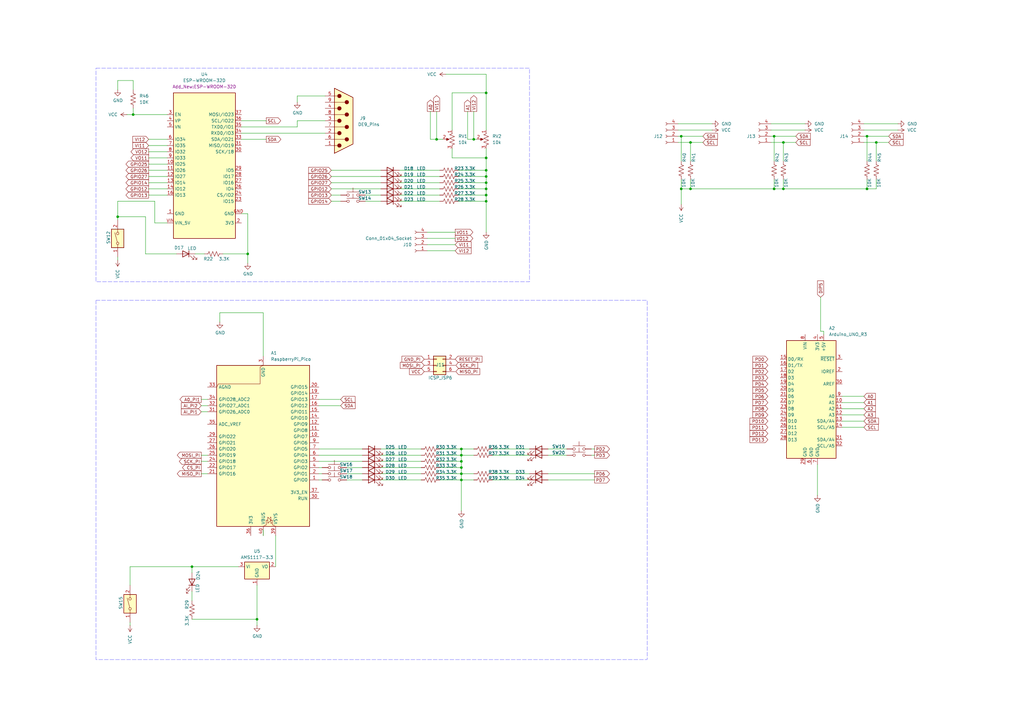
<source format=kicad_sch>
(kicad_sch (version 20250114) (generator "eeschema") (generator_version "9.0")
  (paper "A3")
  (rectangle (start 39.37 123.19) (end 265.43 270.51) (stroke (width 0) (type dash) (color 99 93 255 1)))
  (rectangle (start 39.37 27.94) (end 217.17 115.57) (stroke (width 0) (type dash) (color 99 93 255 1)))
  (junction (at 78.74 232.41))
  (junction (at 355.6 55.88))
  (junction (at 199.39 82.55))
  (junction (at 105.41 254))
  (junction (at 189.23 196.85))
  (junction (at 199.39 77.47))
  (junction (at 189.23 184.15))
  (junction (at 199.39 69.85))
  (junction (at 283.21 77.47))
  (junction (at 48.26 88.9))
  (junction (at 189.23 189.23))
  (junction (at 279.4 77.47))
  (junction (at 355.6 77.47))
  (junction (at 199.39 80.01))
  (junction (at 279.4 55.88))
  (junction (at 189.23 194.31))
  (junction (at 199.39 74.93))
  (junction (at 283.21 58.42))
  (junction (at 317.5 77.47))
  (junction (at 359.41 58.42))
  (junction (at 199.39 72.39))
  (junction (at 54.61 46.99))
  (junction (at 194.31 57.15))
  (junction (at 199.39 38.1))
  (junction (at 189.23 186.69))
  (junction (at 179.07 57.15))
  (junction (at 317.5 55.88))
  (junction (at 321.31 58.42))
  (junction (at 101.6 104.14))
  (junction (at 189.23 191.77))
  (junction (at 199.39 64.77))
  (junction (at 321.31 77.47))
  (wire (pts (xy 82.55 189.23) (xy 85.09 189.23)))
  (wire (pts (xy 68.58 64.77) (xy 60.96 64.77)))
  (wire (pts (xy 130.81 189.23) (xy 148.59 189.23)))
  (wire (pts (xy 130.81 184.15) (xy 148.59 184.15)))
  (wire (pts (xy 185.42 53.34) (xy 185.42 38.1)))
  (wire (pts (xy 189.23 184.15) (xy 194.31 184.15)))
  (wire (pts (xy 156.21 194.31) (xy 172.72 194.31)))
  (wire (pts (xy 156.21 196.85) (xy 172.72 196.85)))
  (wire (pts (xy 278.13 55.88) (xy 279.4 55.88)))
  (wire (pts (xy 189.23 189.23) (xy 189.23 191.77)))
  (wire (pts (xy 187.96 74.93) (xy 199.39 74.93)))
  (wire (pts (xy 316.23 53.34) (xy 330.2 53.34)))
  (wire (pts (xy 107.95 128.27) (xy 107.95 146.05)))
  (wire (pts (xy 217.17 184.15) (xy 201.93 184.15)))
  (wire (pts (xy 78.74 242.57) (xy 78.74 246.38)))
  (wire (pts (xy 354.33 53.34) (xy 368.3 53.34)))
  (wire (pts (xy 91.44 104.14) (xy 101.6 104.14)))
  (wire (pts (xy 135.89 77.47) (xy 156.21 77.47)))
  (wire (pts (xy 180.34 189.23) (xy 189.23 189.23)))
  (wire (pts (xy 181.61 57.15) (xy 179.07 57.15)))
  (wire (pts (xy 180.34 184.15) (xy 189.23 184.15)))
  (wire (pts (xy 130.81 163.83) (xy 139.7 163.83)))
  (wire (pts (xy 175.26 97.79) (xy 186.69 97.79)))
  (wire (pts (xy 72.39 104.14) (xy 59.69 104.14)))
  (wire (pts (xy 130.81 166.37) (xy 139.7 166.37)))
  (wire (pts (xy 283.21 58.42) (xy 288.29 58.42)))
  (wire (pts (xy 99.06 49.53) (xy 109.22 49.53)))
  (wire (pts (xy 107.95 217.17) (xy 107.95 219.71)))
  (wire (pts (xy 82.55 194.31) (xy 85.09 194.31)))
  (wire (pts (xy 99.06 57.15) (xy 109.22 57.15)))
  (wire (pts (xy 176.53 57.15) (xy 179.07 57.15)))
  (wire (pts (xy 321.31 73.66) (xy 321.31 77.47)))
  (wire (pts (xy 121.92 49.53) (xy 121.92 52.07)))
  (wire (pts (xy 53.34 232.41) (xy 53.34 240.03)))
  (wire (pts (xy 317.5 55.88) (xy 326.39 55.88)))
  (wire (pts (xy 180.34 191.77) (xy 189.23 191.77)))
  (wire (pts (xy 121.92 39.37) (xy 133.35 39.37)))
  (wire (pts (xy 189.23 194.31) (xy 189.23 196.85)))
  (wire (pts (xy 163.83 82.55) (xy 180.34 82.55)))
  (wire (pts (xy 48.26 88.9) (xy 48.26 82.55)))
  (wire (pts (xy 175.26 100.33) (xy 186.69 100.33)))
  (wire (pts (xy 68.58 59.69) (xy 60.96 59.69)))
  (wire (pts (xy 337.82 135.89) (xy 336.55 135.89)))
  (wire (pts (xy 142.24 191.77) (xy 148.59 191.77)))
  (wire (pts (xy 78.74 232.41) (xy 78.74 234.95)))
  (wire (pts (xy 189.23 194.31) (xy 194.31 194.31)))
  (wire (pts (xy 156.21 186.69) (xy 172.72 186.69)))
  (wire (pts (xy 355.6 73.66) (xy 355.6 77.47)))
  (wire (pts (xy 199.39 80.01) (xy 199.39 82.55)))
  (wire (pts (xy 59.69 104.14) (xy 59.69 88.9)))
  (wire (pts (xy 189.23 186.69) (xy 189.23 189.23)))
  (wire (pts (xy 187.96 77.47) (xy 199.39 77.47)))
  (wire (pts (xy 60.9351 77.47) (xy 68.58 77.47)))
  (wire (pts (xy 180.34 196.85) (xy 189.23 196.85)))
  (wire (pts (xy 316.23 50.8) (xy 330.2 50.8)))
  (wire (pts (xy 321.31 58.42) (xy 326.39 58.42)))
  (wire (pts (xy 317.5 73.66) (xy 317.5 77.47)))
  (wire (pts (xy 321.31 58.42) (xy 321.31 66.04)))
  (wire (pts (xy 185.42 64.77) (xy 199.39 64.77)))
  (wire (pts (xy 121.92 39.37) (xy 121.92 41.91)))
  (wire (pts (xy 53.34 256.54) (xy 53.34 255.27)))
  (wire (pts (xy 130.81 186.69) (xy 148.59 186.69)))
  (wire (pts (xy 54.61 36.83) (xy 54.61 33.02)))
  (wire (pts (xy 199.39 77.47) (xy 199.39 80.01)))
  (wire (pts (xy 175.26 102.87) (xy 186.69 102.87)))
  (wire (pts (xy 156.21 184.15) (xy 172.72 184.15)))
  (wire (pts (xy 187.96 80.01) (xy 199.39 80.01)))
  (wire (pts (xy 354.33 55.88) (xy 355.6 55.88)))
  (wire (pts (xy 187.96 69.85) (xy 199.39 69.85)))
  (wire (pts (xy 82.55 168.91) (xy 85.09 168.91)))
  (wire (pts (xy 180.34 186.69) (xy 189.23 186.69)))
  (wire (pts (xy 217.17 196.85) (xy 201.93 196.85)))
  (wire (pts (xy 189.23 186.69) (xy 194.31 186.69)))
  (wire (pts (xy 279.4 73.66) (xy 279.4 77.47)))
  (wire (pts (xy 185.42 38.1) (xy 199.39 38.1)))
  (wire (pts (xy 48.26 82.55) (xy 63.5 82.55)))
  (wire (pts (xy 135.89 72.39) (xy 156.21 72.39)))
  (wire (pts (xy 345.44 175.26) (xy 354.33 175.26)))
  (wire (pts (xy 191.77 45.72) (xy 191.77 57.15)))
  (wire (pts (xy 199.39 60.96) (xy 199.39 64.77)))
  (wire (pts (xy 232.41 186.69) (xy 224.79 186.69)))
  (wire (pts (xy 149.86 80.01) (xy 156.21 80.01)))
  (wire (pts (xy 316.23 55.88) (xy 317.5 55.88)))
  (wire (pts (xy 135.89 80.01) (xy 139.7 80.01)))
  (wire (pts (xy 99.06 87.63) (xy 101.6 87.63)))
  (wire (pts (xy 232.41 184.15) (xy 224.79 184.15)))
  (wire (pts (xy 176.53 45.72) (xy 176.53 57.15)))
  (wire (pts (xy 336.55 135.89) (xy 336.55 121.92)))
  (wire (pts (xy 199.39 38.1) (xy 199.39 53.34)))
  (wire (pts (xy 355.6 55.88) (xy 355.6 66.04)))
  (wire (pts (xy 359.41 73.66) (xy 359.41 77.47)))
  (wire (pts (xy 359.41 58.42) (xy 364.49 58.42)))
  (wire (pts (xy 224.79 194.31) (xy 243.84 194.31)))
  (wire (pts (xy 180.34 194.31) (xy 189.23 194.31)))
  (wire (pts (xy 199.39 30.48) (xy 182.88 30.48)))
  (wire (pts (xy 135.89 82.55) (xy 139.7 82.55)))
  (wire (pts (xy 135.89 74.93) (xy 156.21 74.93)))
  (wire (pts (xy 179.07 57.15) (xy 179.07 45.72)))
  (wire (pts (xy 90.17 128.27) (xy 107.95 128.27)))
  (wire (pts (xy 345.44 170.18) (xy 354.33 170.18)))
  (wire (pts (xy 82.55 186.69) (xy 85.09 186.69)))
  (wire (pts (xy 54.61 44.45) (xy 54.61 46.99)))
  (wire (pts (xy 321.31 77.47) (xy 317.5 77.47)))
  (wire (pts (xy 142.24 196.85) (xy 148.59 196.85)))
  (wire (pts (xy 48.26 88.9) (xy 59.69 88.9)))
  (wire (pts (xy 121.92 49.53) (xy 133.35 49.53)))
  (wire (pts (xy 68.58 62.23) (xy 60.96 62.23)))
  (wire (pts (xy 105.41 240.03) (xy 105.41 254)))
  (wire (pts (xy 135.89 69.85) (xy 156.21 69.85)))
  (wire (pts (xy 68.58 67.31) (xy 60.96 67.31)))
  (wire (pts (xy 345.44 162.56) (xy 354.33 162.56)))
  (wire (pts (xy 335.28 190.5) (xy 335.28 203.2)))
  (wire (pts (xy 189.23 191.77) (xy 189.23 194.31)))
  (wire (pts (xy 359.41 58.42) (xy 359.41 66.04)))
  (wire (pts (xy 99.06 52.07) (xy 121.92 52.07)))
  (wire (pts (xy 345.44 172.72) (xy 354.33 172.72)))
  (wire (pts (xy 278.13 53.34) (xy 292.1 53.34)))
  (wire (pts (xy 283.21 73.66) (xy 283.21 77.47)))
  (wire (pts (xy 113.03 219.71) (xy 113.03 232.41)))
  (wire (pts (xy 60.96 74.93) (xy 68.58 74.93)))
  (wire (pts (xy 354.33 58.42) (xy 359.41 58.42)))
  (wire (pts (xy 48.26 33.02) (xy 48.26 36.83)))
  (wire (pts (xy 90.17 128.27) (xy 90.17 132.08)))
  (wire (pts (xy 68.58 72.39) (xy 60.96 72.39)))
  (wire (pts (xy 355.6 55.88) (xy 364.49 55.88)))
  (wire (pts (xy 283.21 58.42) (xy 283.21 66.04)))
  (wire (pts (xy 279.4 55.88) (xy 279.4 66.04)))
  (wire (pts (xy 345.44 167.64) (xy 354.33 167.64)))
  (wire (pts (xy 199.39 72.39) (xy 199.39 74.93)))
  (wire (pts (xy 283.21 77.47) (xy 317.5 77.47)))
  (wire (pts (xy 60.96 80.01) (xy 68.58 80.01)))
  (wire (pts (xy 354.33 50.8) (xy 368.3 50.8)))
  (wire (pts (xy 82.55 163.83) (xy 85.09 163.83)))
  (wire (pts (xy 163.83 77.47) (xy 180.34 77.47)))
  (wire (pts (xy 217.17 194.31) (xy 201.93 194.31)))
  (wire (pts (xy 80.01 104.14) (xy 83.82 104.14)))
  (wire (pts (xy 279.4 55.88) (xy 288.29 55.88)))
  (wire (pts (xy 60.96 69.85) (xy 68.58 69.85)))
  (wire (pts (xy 142.24 194.31) (xy 148.59 194.31)))
  (wire (pts (xy 82.55 166.37) (xy 85.09 166.37)))
  (wire (pts (xy 224.79 196.85) (xy 243.84 196.85)))
  (wire (pts (xy 54.61 33.02) (xy 48.26 33.02)))
  (wire (pts (xy 242.57 186.69) (xy 243.84 186.69)))
  (wire (pts (xy 101.6 87.63) (xy 101.6 104.14)))
  (wire (pts (xy 317.5 55.88) (xy 317.5 66.04)))
  (wire (pts (xy 99.06 54.61) (xy 133.35 54.61)))
  (wire (pts (xy 156.21 191.77) (xy 172.72 191.77)))
  (wire (pts (xy 163.83 80.01) (xy 180.34 80.01)))
  (wire (pts (xy 48.26 90.17) (xy 48.26 88.9)))
  (wire (pts (xy 63.5 91.44) (xy 68.58 91.44)))
  (wire (pts (xy 217.17 186.69) (xy 201.93 186.69)))
  (wire (pts (xy 101.6 104.14) (xy 101.6 107.95)))
  (wire (pts (xy 278.13 50.8) (xy 292.1 50.8)))
  (wire (pts (xy 78.74 254) (xy 105.41 254)))
  (wire (pts (xy 189.23 196.85) (xy 194.31 196.85)))
  (wire (pts (xy 185.42 60.96) (xy 185.42 64.77)))
  (wire (pts (xy 199.39 74.93) (xy 199.39 77.47)))
  (wire (pts (xy 130.81 194.31) (xy 132.08 194.31)))
  (wire (pts (xy 130.81 191.77) (xy 132.08 191.77)))
  (wire (pts (xy 52.07 46.99) (xy 54.61 46.99)))
  (wire (pts (xy 156.21 189.23) (xy 172.72 189.23)))
  (wire (pts (xy 279.4 77.47) (xy 279.4 83.82)))
  (wire (pts (xy 187.96 72.39) (xy 199.39 72.39)))
  (wire (pts (xy 278.13 58.42) (xy 283.21 58.42)))
  (wire (pts (xy 163.83 69.85) (xy 180.34 69.85)))
  (wire (pts (xy 105.41 254) (xy 105.41 256.54)))
  (wire (pts (xy 53.34 232.41) (xy 78.74 232.41)))
  (wire (pts (xy 163.83 72.39) (xy 180.34 72.39)))
  (wire (pts (xy 78.74 232.41) (xy 97.79 232.41)))
  (wire (pts (xy 199.39 69.85) (xy 199.39 72.39)))
  (wire (pts (xy 316.23 58.42) (xy 321.31 58.42)))
  (wire (pts (xy 163.83 74.93) (xy 180.34 74.93)))
  (wire (pts (xy 48.26 106.68) (xy 48.26 105.41)))
  (wire (pts (xy 189.23 196.85) (xy 189.23 209.55)))
  (wire (pts (xy 345.44 165.1) (xy 354.33 165.1)))
  (wire (pts (xy 359.41 77.47) (xy 355.6 77.47)))
  (wire (pts (xy 187.96 82.55) (xy 199.39 82.55)))
  (wire (pts (xy 283.21 77.47) (xy 279.4 77.47)))
  (wire (pts (xy 199.39 30.48) (xy 199.39 38.1)))
  (wire (pts (xy 191.77 57.15) (xy 194.31 57.15)))
  (wire (pts (xy 175.26 95.25) (xy 186.69 95.25)))
  (wire (pts (xy 68.58 46.99) (xy 54.61 46.99)))
  (wire (pts (xy 63.5 82.55) (xy 63.5 91.44)))
  (wire (pts (xy 149.86 82.55) (xy 156.21 82.55)))
  (wire (pts (xy 242.57 184.15) (xy 243.84 184.15)))
  (wire (pts (xy 195.58 57.15) (xy 194.31 57.15)))
  (wire (pts (xy 337.82 137.16) (xy 337.82 135.89)))
  (wire (pts (xy 68.58 57.15) (xy 60.96 57.15)))
  (wire (pts (xy 194.31 57.15) (xy 194.31 45.72)))
  (wire (pts (xy 189.23 184.15) (xy 189.23 186.69)))
  (wire (pts (xy 130.81 196.85) (xy 132.08 196.85)))
  (wire (pts (xy 321.31 77.47) (xy 355.6 77.47)))
  (wire (pts (xy 199.39 82.55) (xy 199.39 95.25)))
  (wire (pts (xy 199.39 64.77) (xy 199.39 69.85)))
  (global_label "PD3" (shape input) (at 314.96 154.94 180) (property "Intersheetrefs" "${INTERSHEET_REFS}" (effects (hide yes))))
  (global_label "A0" (shape input) (at 354.33 162.56 0) (property "Intersheetrefs" "${INTERSHEET_REFS}" (effects (hide yes))))
  (global_label "SCK_PI" (shape output) (at 82.55 189.23 180) (property "Intersheetrefs" "${INTERSHEET_REFS}" (effects (hide yes))))
  (global_label "VI11" (shape output) (at 179.07 45.72 90) (property "Intersheetrefs" "${INTERSHEET_REFS}" (effects (hide yes))))
  (global_label "SCL" (shape input) (at 326.39 58.42 0) (property "Intersheetrefs" "${INTERSHEET_REFS}" (effects (hide yes))))
  (global_label "MISO_PI" (shape input) (at 186.944 152.4 0) (property "Intersheetrefs" "${INTERSHEET_REFS}" (effects (hide yes))))
  (global_label "VO11" (shape output) (at 60.96 64.77 180) (property "Intersheetrefs" "${INTERSHEET_REFS}" (effects (hide yes))))
  (global_label "SDA" (shape input) (at 139.7 166.37 0) (property "Intersheetrefs" "${INTERSHEET_REFS}" (effects (hide yes))))
  (global_label "A1" (shape input) (at 354.33 165.1 0) (property "Intersheetrefs" "${INTERSHEET_REFS}" (effects (hide yes))))
  (global_label "VI11" (shape input) (at 186.69 100.33 0) (property "Intersheetrefs" "${INTERSHEET_REFS}" (effects (hide yes))))
  (global_label "PD5" (shape input) (at 314.96 160.02 180) (property "Intersheetrefs" "${INTERSHEET_REFS}" (effects (hide yes))))
  (global_label "PD7" (shape output) (at 243.84 196.85 0) (property "Intersheetrefs" "${INTERSHEET_REFS}" (effects (hide yes))))
  (global_label "PD13" (shape input) (at 314.96 180.34 180) (property "Intersheetrefs" "${INTERSHEET_REFS}" (effects (hide yes))))
  (global_label "PD4" (shape input) (at 314.96 157.48 180) (property "Intersheetrefs" "${INTERSHEET_REFS}" (effects (hide yes))))
  (global_label "GPIO25" (shape input) (at 135.89 69.85 180) (property "Intersheetrefs" "${INTERSHEET_REFS}" (effects (hide yes))))
  (global_label "VO11" (shape output) (at 186.69 95.25 0) (property "Intersheetrefs" "${INTERSHEET_REFS}" (effects (hide yes))))
  (global_label "AI_PI1" (shape input) (at 82.55 168.91 180) (property "Intersheetrefs" "${INTERSHEET_REFS}" (effects (hide yes))))
  (global_label "GPIO12" (shape input) (at 135.89 77.47 180) (property "Intersheetrefs" "${INTERSHEET_REFS}" (effects (hide yes))))
  (global_label "GPIO14" (shape output) (at 60.96 74.93 180) (property "Intersheetrefs" "${INTERSHEET_REFS}" (effects (hide yes))))
  (global_label "SDA" (shape output) (at 109.22 57.15 0) (property "Intersheetrefs" "${INTERSHEET_REFS}" (effects (hide yes))))
  (global_label "VI11" (shape input) (at 60.96 59.69 180) (property "Intersheetrefs" "${INTERSHEET_REFS}" (effects (hide yes))))
  (global_label "CS_PI" (shape output) (at 82.55 191.77 180) (property "Intersheetrefs" "${INTERSHEET_REFS}" (effects (hide yes))))
  (global_label "PD3" (shape output) (at 243.84 186.69 0) (property "Intersheetrefs" "${INTERSHEET_REFS}" (effects (hide yes))))
  (global_label "PD2" (shape input) (at 314.96 152.4 180) (property "Intersheetrefs" "${INTERSHEET_REFS}" (effects (hide yes))))
  (global_label "A2" (shape input) (at 354.33 167.64 0) (property "Intersheetrefs" "${INTERSHEET_REFS}" (effects (hide yes))))
  (global_label "SDA" (shape input) (at 326.39 55.88 0) (property "Intersheetrefs" "${INTERSHEET_REFS}" (effects (hide yes))))
  (global_label "PD6" (shape output) (at 243.84 194.31 0) (property "Intersheetrefs" "${INTERSHEET_REFS}" (effects (hide yes))))
  (global_label "A0_PI1" (shape output) (at 82.55 163.83 180) (property "Intersheetrefs" "${INTERSHEET_REFS}" (effects (hide yes))))
  (global_label "MISO_PI" (shape output) (at 82.55 194.31 180) (property "Intersheetrefs" "${INTERSHEET_REFS}" (effects (hide yes))))
  (global_label "PD11" (shape input) (at 314.96 175.26 180) (property "Intersheetrefs" "${INTERSHEET_REFS}" (effects (hide yes))))
  (global_label "SCL" (shape input) (at 354.33 175.26 0) (property "Intersheetrefs" "${INTERSHEET_REFS}" (effects (hide yes))))
  (global_label "PD7" (shape input) (at 314.96 165.1 180) (property "Intersheetrefs" "${INTERSHEET_REFS}" (effects (hide yes))))
  (global_label "SDA" (shape input) (at 288.29 55.88 0) (property "Intersheetrefs" "${INTERSHEET_REFS}" (effects (hide yes))))
  (global_label "SCL" (shape input) (at 288.29 58.42 0) (property "Intersheetrefs" "${INTERSHEET_REFS}" (effects (hide yes))))
  (global_label "PD1" (shape input) (at 314.96 149.86 180) (property "Intersheetrefs" "${INTERSHEET_REFS}" (effects (hide yes))))
  (global_label "PD0" (shape input) (at 314.96 147.32 180) (property "Intersheetrefs" "${INTERSHEET_REFS}" (effects (hide yes))))
  (global_label "VO12" (shape output) (at 186.69 97.79 0) (property "Intersheetrefs" "${INTERSHEET_REFS}" (effects (hide yes))))
  (global_label "SCL" (shape output) (at 109.22 49.53 0) (property "Intersheetrefs" "${INTERSHEET_REFS}" (effects (hide yes))))
  (global_label "GPIO13" (shape input) (at 135.89 80.01 180) (property "Intersheetrefs" "${INTERSHEET_REFS}" (effects (hide yes))))
  (global_label "RESET_PI" (shape input) (at 186.69 147.32 0) (property "Intersheetrefs" "${INTERSHEET_REFS}" (effects (hide yes))))
  (global_label "DIP5" (shape input) (at 336.55 121.92 90) (property "Intersheetrefs" "${INTERSHEET_REFS}" (effects (hide yes))))
  (global_label "SCL" (shape input) (at 139.7 163.83 0) (property "Intersheetrefs" "${INTERSHEET_REFS}" (effects (hide yes))))
  (global_label "MOSI_PI" (shape input) (at 173.99 149.86 180) (property "Intersheetrefs" "${INTERSHEET_REFS}" (effects (hide yes))))
  (global_label "GPIO13" (shape output) (at 60.96 80.01 180) (property "Intersheetrefs" "${INTERSHEET_REFS}" (effects (hide yes))))
  (global_label "SCL" (shape input) (at 364.49 58.42 0) (property "Intersheetrefs" "${INTERSHEET_REFS}" (effects (hide yes))))
  (global_label "GND_PI" (shape input) (at 173.99 147.32 180) (property "Intersheetrefs" "${INTERSHEET_REFS}" (effects (hide yes))))
  (global_label "SCK_PI" (shape input) (at 186.944 149.86 0) (property "Intersheetrefs" "${INTERSHEET_REFS}" (effects (hide yes))))
  (global_label "VO12" (shape output) (at 60.96 62.23 180) (property "Intersheetrefs" "${INTERSHEET_REFS}" (effects (hide yes))))
  (global_label "PD9" (shape input) (at 314.96 170.18 180) (property "Intersheetrefs" "${INTERSHEET_REFS}" (effects (hide yes))))
  (global_label "PD10" (shape input) (at 314.96 172.72 180) (property "Intersheetrefs" "${INTERSHEET_REFS}" (effects (hide yes))))
  (global_label "A3" (shape input) (at 354.33 170.18 0) (property "Intersheetrefs" "${INTERSHEET_REFS}" (effects (hide yes))))
  (global_label "PD2" (shape output) (at 243.84 184.15 0) (property "Intersheetrefs" "${INTERSHEET_REFS}" (effects (hide yes))))
  (global_label "GPIO14" (shape input) (at 135.89 82.55 180) (property "Intersheetrefs" "${INTERSHEET_REFS}" (effects (hide yes))))
  (global_label "GPIO26" (shape input) (at 135.89 72.39 180) (property "Intersheetrefs" "${INTERSHEET_REFS}" (effects (hide yes))))
  (global_label "VI12" (shape input) (at 60.96 57.15 180) (property "Intersheetrefs" "${INTERSHEET_REFS}" (effects (hide yes))))
  (global_label "A1" (shape output) (at 191.77 45.72 90) (property "Intersheetrefs" "${INTERSHEET_REFS}" (effects (hide yes))))
  (global_label "VI12" (shape output) (at 194.31 45.72 90) (property "Intersheetrefs" "${INTERSHEET_REFS}" (effects (hide yes))))
  (global_label "GPIO12" (shape output) (at 60.9351 77.47 180) (property "Intersheetrefs" "${INTERSHEET_REFS}" (effects (hide yes))))
  (global_label "SDA" (shape input) (at 354.33 172.72 0) (property "Intersheetrefs" "${INTERSHEET_REFS}" (effects (hide yes))))
  (global_label "MOSI_PI" (shape output) (at 82.55 186.69 180) (property "Intersheetrefs" "${INTERSHEET_REFS}" (effects (hide yes))))
  (global_label "GPIO26" (shape output) (at 60.96 69.85 180) (property "Intersheetrefs" "${INTERSHEET_REFS}" (effects (hide yes))))
  (global_label "GPIO27" (shape output) (at 60.96 72.39 180) (property "Intersheetrefs" "${INTERSHEET_REFS}" (effects (hide yes))))
  (global_label "A0" (shape output) (at 176.53 45.72 90) (property "Intersheetrefs" "${INTERSHEET_REFS}" (effects (hide yes))))
  (global_label "SDA" (shape input) (at 364.49 55.88 0) (property "Intersheetrefs" "${INTERSHEET_REFS}" (effects (hide yes))))
  (global_label "AI_PI2" (shape input) (at 82.55 166.37 180) (property "Intersheetrefs" "${INTERSHEET_REFS}" (effects (hide yes))))
  (global_label "PD8" (shape input) (at 314.96 167.64 180) (property "Intersheetrefs" "${INTERSHEET_REFS}" (effects (hide yes))))
  (global_label "VCC" (shape input) (at 173.99 152.4 180) (property "Intersheetrefs" "${INTERSHEET_REFS}" (effects (hide yes))))
  (global_label "VI12" (shape input) (at 186.69 102.87 0) (property "Intersheetrefs" "${INTERSHEET_REFS}" (effects (hide yes))))
  (global_label "GPIO27" (shape input) (at 135.89 74.93 180) (property "Intersheetrefs" "${INTERSHEET_REFS}" (effects (hide yes))))
  (global_label "PD6" (shape input) (at 314.96 162.56 180) (property "Intersheetrefs" "${INTERSHEET_REFS}" (effects (hide yes))))
  (global_label "PD12" (shape input) (at 314.96 177.8 180) (property "Intersheetrefs" "${INTERSHEET_REFS}" (effects (hide yes))))
  (global_label "GPIO25" (shape output) (at 60.96 67.31 180) (property "Intersheetrefs" "${INTERSHEET_REFS}" (effects (hide yes))))
  (symbol (lib_id "power:VCC") (at 182.88 30.48 90) (mirror x) (unit 1)
    (property "Reference" "#PWR030" (effects (hide yes)))
    (property "Value" "VCC" (at 179.07 30.48 90) (effects (justify left)))
  )
  (symbol (lib_id "power:GND") (at 199.39 95.25 0) (unit 1)
    (property "Reference" "#PWR032" (effects (hide yes)))
    (property "Value" "GND" (at 199.517 98.5012 90) (effects (justify right)))
  )
  (symbol (lib_id "power:GND") (at 90.17 132.08 0) (unit 1)
    (property "Reference" "#PWR026" (effects (hide yes)))
    (property "Value" "GND" (at 90.297 136.4742 0))
  )
  (symbol (lib_id "Switch:SW_Push") (at 237.49 186.69 0) (mirror y) (unit 1)
    (property "Reference" "SW20" (at 229.108 185.674 0))
    (property "Value" "SW_Push" (effects (hide yes)))
    (property "Footprint" "Button_Switch_THT:SW_DIP_SPSTx01_Slide_6.7x4.1mm_W7.62mm_P2.54mm_LowProfile" (effects (hide yes)))
    (property "Description" "Push button switch, generic, two pins" (effects (hide yes)))
  )
  (symbol (lib_id "Switch:SW_Push") (at 137.16 196.85 0) (unit 1)
    (property "Reference" "SW18" (at 141.986 195.58 0))
    (property "Value" "SW_Push" (effects (hide yes)))
    (property "Footprint" "Button_Switch_THT:SW_DIP_SPSTx01_Slide_6.7x4.1mm_W7.62mm_P2.54mm_LowProfile" (effects (hide yes)))
    (property "Description" "Push button switch, generic, two pins" (effects (hide yes)))
  )
  (symbol (lib_id "Switch:SW_Push") (at 144.78 82.55 0) (unit 1)
    (property "Reference" "SW14" (at 149.606 81.28 0))
    (property "Value" "SW_Push" (effects (hide yes)))
    (property "Footprint" "Button_Switch_THT:SW_DIP_SPSTx01_Slide_6.7x4.1mm_W7.62mm_P2.54mm_LowProfile" (effects (hide yes)))
    (property "Description" "Push button switch, generic, two pins" (effects (hide yes)))
  )
  (symbol (lib_id "Device:R_US") (at 176.53 186.69 90) (unit 1)
    (property "Reference" "R31" (at 182.626 185.928 90) (effects (justify left)))
    (property "Value" "3.3K" (at 187.452 185.928 90) (effects (justify left)))
    (property "Footprint" "Resistor_THT:R_Axial_DIN0204_L3.6mm_D1.6mm_P5.08mm_Horizontal" (effects (hide yes)))
  )
  (symbol (lib_id "Switch:SW_Push") (at 137.16 191.77 0) (unit 1)
    (property "Reference" "SW16" (at 141.986 190.5 0))
    (property "Value" "SW_Push" (effects (hide yes)))
    (property "Footprint" "Button_Switch_THT:SW_DIP_SPSTx01_Slide_6.7x4.1mm_W7.62mm_P2.54mm_LowProfile" (effects (hide yes)))
    (property "Description" "Push button switch, generic, two pins" (effects (hide yes)))
  )
  (symbol (lib_id "Device:LED") (at 160.02 82.55 0) (mirror y) (unit 1)
    (property "Reference" "D23" (at 167.64 81.788 0))
    (property "Value" "LED" (at 172.72 81.788 0))
    (property "Footprint" "LED_THT:LED_D3.0mm_Horizontal_O1.27mm_Z2.0mm" (effects (hide yes)))
    (property "Description" "Light emitting diode" (effects (hide yes)))
    (property "Sim.Pins" "1=K 2=A" (effects (hide yes)))
  )
  (symbol (lib_id "Device:R_US") (at 176.53 196.85 90) (unit 1)
    (property "Reference" "R35" (at 182.626 196.088 90) (effects (justify left)))
    (property "Value" "3.3K" (at 187.452 196.088 90) (effects (justify left)))
    (property "Footprint" "Resistor_THT:R_Axial_DIN0204_L3.6mm_D1.6mm_P5.08mm_Horizontal" (effects (hide yes)))
  )
  (symbol (lib_id "Device:R_US") (at 198.12 184.15 90) (unit 1)
    (property "Reference" "R36" (at 204.216 183.388 90) (effects (justify left)))
    (property "Value" "3.3K" (at 209.042 183.388 90) (effects (justify left)))
    (property "Footprint" "Resistor_THT:R_Axial_DIN0204_L3.6mm_D1.6mm_P5.08mm_Horizontal" (effects (hide yes)))
  )
  (symbol (lib_id "power:VCC") (at 52.07 46.99 90) (mirror x) (unit 1)
    (property "Reference" "#PWR042" (effects (hide yes)))
    (property "Value" "VCC" (at 48.26 46.99 90) (effects (justify left)))
  )
  (symbol (lib_id "Device:R_US") (at 78.74 250.19 0) (unit 1)
    (property "Reference" "R29" (at 76.708 249.936 90) (effects (justify left)))
    (property "Value" "3.3K" (at 76.708 256.794 90) (effects (justify left)))
    (property "Footprint" "Resistor_THT:R_Axial_DIN0204_L3.6mm_D1.6mm_P5.08mm_Horizontal" (effects (hide yes)))
  )
  (symbol (lib_id "power:VCC") (at 292.1 53.34 270) (unit 1)
    (property "Reference" "#PWR035" (effects (hide yes)))
    (property "Value" "VCC" (at 295.91 53.34 90) (effects (justify left)))
  )
  (symbol (lib_id "Device:LED") (at 76.2 104.14 0) (mirror y) (unit 1)
    (property "Reference" "D17" (at 73.406 101.6 0))
    (property "Value" "LED" (at 78.74 101.854 0))
    (property "Footprint" "LED_THT:LED_D3.0mm_Horizontal_O1.27mm_Z2.0mm" (effects (hide yes)))
    (property "Description" "Light emitting diode" (effects (hide yes)))
    (property "Sim.Pins" "1=K 2=A" (effects (hide yes)))
  )
  (symbol (lib_id "Add_new:ESP-WROOM-32D") (at 83.82 34.29 0) (unit 1)
    (property "Reference" "U4" (at 83.82 30.48 0))
    (property "Value" "ESP-WROOM-32D" (at 83.82 33.02 0))
    (property "Footprint" "Add_New:ESP-WROOM-32D" (at 83.82 35.56 0))
  )
  (symbol (lib_id "power:VCC") (at 279.4 83.82 180) (unit 1)
    (property "Reference" "#PWR033" (effects (hide yes)))
    (property "Value" "VCC" (at 279.4 87.63 90) (effects (justify left)))
  )
  (symbol (lib_id "Device:R_US") (at 321.31 69.85 0) (unit 1)
    (property "Reference" "R43" (at 322.58 66.548 90) (effects (justify left)))
    (property "Value" "10K" (at 322.326 76.962 90) (effects (justify left)))
    (property "Footprint" "Resistor_THT:R_Axial_DIN0204_L3.6mm_D1.6mm_P5.08mm_Horizontal" (effects (hide yes)))
    (property "Description" "Resistor, US symbol" (effects (hide yes)))
  )
  (symbol (lib_id "Device:LED") (at 152.4 196.85 0) (mirror y) (unit 1)
    (property "Reference" "D30" (at 160.02 196.088 0))
    (property "Value" "LED" (at 165.1 196.088 0))
    (property "Footprint" "LED_THT:LED_D3.0mm_Horizontal_O1.27mm_Z2.0mm" (effects (hide yes)))
    (property "Description" "Light emitting diode" (effects (hide yes)))
    (property "Sim.Pins" "1=K 2=A" (effects (hide yes)))
  )
  (symbol (lib_id "power:GND") (at 330.2 50.8 90) (unit 1)
    (property "Reference" "#PWR036" (effects (hide yes)))
    (property "Value" "GND" (at 334.01 50.7999 90) (effects (justify right)))
    (property "Description" "Power symbol creates a global label with name \"GND\" , ground" (effects (hide yes)))
  )
  (symbol (lib_id "power:GND") (at 105.41 256.54 0) (unit 1)
    (property "Reference" "#PWR028" (effects (hide yes)))
    (property "Value" "GND" (at 105.537 260.9342 0))
  )
  (symbol (lib_id "power:GND") (at 335.28 203.2 0) (unit 1)
    (property "Reference" "#PWR038" (effects (hide yes)))
    (property "Value" "GND" (at 335.407 206.4512 90) (effects (justify right)))
  )
  (symbol (lib_id "Connector:Conn_01x04_Socket") (at 349.25 55.88 180) (unit 1)
    (property "Reference" "J14" (at 347.98 55.8801 0) (effects (justify left)))
    (property "Value" "Conn_01x04_Socket" (effects (hide yes)))
    (property "Footprint" "Add_New:Conn_4x1_90deg_angle" (effects (hide yes)))
    (property "Description" "Generic connector, single row, 01x04, script generated" (effects (hide yes)))
  )
  (symbol (lib_id "power:VCC") (at 330.2 53.34 270) (unit 1)
    (property "Reference" "#PWR037" (effects (hide yes)))
    (property "Value" "VCC" (at 334.01 53.34 90) (effects (justify left)))
  )
  (symbol (lib_id "Device:R_US") (at 184.15 82.55 90) (unit 1)
    (property "Reference" "R28" (at 190.246 81.788 90) (effects (justify left)))
    (property "Value" "3.3K" (at 195.072 81.788 90) (effects (justify left)))
    (property "Footprint" "Resistor_THT:R_Axial_DIN0204_L3.6mm_D1.6mm_P5.08mm_Horizontal" (effects (hide yes)))
  )
  (symbol (lib_id "Device:LED") (at 152.4 189.23 0) (mirror y) (unit 1)
    (property "Reference" "D27" (at 160.02 188.468 0))
    (property "Value" "LED" (at 165.1 188.468 0))
    (property "Footprint" "LED_THT:LED_D3.0mm_Horizontal_O1.27mm_Z2.0mm" (effects (hide yes)))
    (property "Description" "Light emitting diode" (effects (hide yes)))
    (property "Sim.Pins" "1=K 2=A" (effects (hide yes)))
  )
  (symbol (lib_id "Device:R_US") (at 176.53 184.15 90) (unit 1)
    (property "Reference" "R30" (at 182.626 183.388 90) (effects (justify left)))
    (property "Value" "3.3K" (at 187.452 183.388 90) (effects (justify left)))
    (property "Footprint" "Resistor_THT:R_Axial_DIN0204_L3.6mm_D1.6mm_P5.08mm_Horizontal" (effects (hide yes)))
  )
  (symbol (lib_id "Device:LED") (at 220.98 184.15 0) (unit 1)
    (property "Reference" "D31" (at 213.36 183.388 0))
    (property "Value" "LED" (effects (hide yes)))
    (property "Footprint" "LED_THT:LED_D3.0mm_Horizontal_O1.27mm_Z2.0mm" (effects (hide yes)))
    (property "Description" "Light emitting diode" (effects (hide yes)))
    (property "Sim.Pins" "1=K 2=A" (effects (hide yes)))
  )
  (symbol (lib_id "Device:R_US") (at 184.15 74.93 90) (unit 1)
    (property "Reference" "R25" (at 190.246 74.168 90) (effects (justify left)))
    (property "Value" "3.3K" (at 195.072 74.168 90) (effects (justify left)))
    (property "Footprint" "Resistor_THT:R_Axial_DIN0204_L3.6mm_D1.6mm_P5.08mm_Horizontal" (effects (hide yes)))
  )
  (symbol (lib_id "Device:LED") (at 160.02 80.01 0) (mirror y) (unit 1)
    (property "Reference" "D22" (at 167.64 79.248 0))
    (property "Value" "LED" (at 172.72 79.248 0))
    (property "Footprint" "LED_THT:LED_D3.0mm_Horizontal_O1.27mm_Z2.0mm" (effects (hide yes)))
    (property "Description" "Light emitting diode" (effects (hide yes)))
    (property "Sim.Pins" "1=K 2=A" (effects (hide yes)))
  )
  (symbol (lib_id "Switch:SW_DIP_x01") (at 53.34 247.65 90) (unit 1)
    (property "Reference" "SW15" (at 49.53 249.936 0) (effects (justify left)))
    (property "Value" "SW_DIP_x01" (effects (hide yes)))
    (property "Footprint" "Button_Switch_THT:SW_DIP_SPSTx01_Slide_9.78x4.72mm_W7.62mm_P2.54mm" (effects (hide yes)))
    (property "Description" "1x DIP Switch, Single Pole Single Throw (SPST) switch, small symbol" (effects (hide yes)))
  )
  (symbol (lib_id "Device:LED") (at 78.74 238.76 270) (mirror x) (unit 1)
    (property "Reference" "D24" (at 81.28 235.966 0))
    (property "Value" "LED" (at 81.026 241.3 0))
    (property "Footprint" "LED_THT:LED_D3.0mm_Horizontal_O1.27mm_Z2.0mm" (effects (hide yes)))
    (property "Description" "Light emitting diode" (effects (hide yes)))
    (property "Sim.Pins" "1=K 2=A" (effects (hide yes)))
  )
  (symbol (lib_id "Connector:Conn_01x04_Socket") (at 311.15 55.88 180) (unit 1)
    (property "Reference" "J13" (at 309.88 55.8801 0) (effects (justify left)))
    (property "Value" "Conn_01x04_Socket" (effects (hide yes)))
    (property "Footprint" "Add_New:Conn_4x1_90deg_angle" (effects (hide yes)))
    (property "Description" "Generic connector, single row, 01x04, script generated" (effects (hide yes)))
  )
  (symbol (lib_id "Device:R_Potentiometer_US") (at 185.42 57.15 0) (mirror y) (unit 1)
    (property "Reference" "RV1" (at 187.96 55.8799 0) (effects (justify right)))
    (property "Value" "10k" (at 187.96 58.4199 0) (effects (justify right)))
    (property "Footprint" "Potentiometer_THT:Potentiometer_Alps_RK09Y11_Single_Horizontal" (effects (hide yes)))
    (property "Description" "Potentiometer, US symbol" (effects (hide yes)))
  )
  (symbol (lib_id "power:GND") (at 48.26 36.83 0) (unit 1)
    (property "Reference" "#PWR041" (effects (hide yes)))
    (property "Value" "GND" (at 48.387 41.2242 0))
  )
  (symbol (lib_id "Device:LED") (at 220.98 194.31 0) (unit 1)
    (property "Reference" "D33" (at 213.36 193.548 0))
    (property "Value" "LED" (effects (hide yes)))
    (property "Footprint" "LED_THT:LED_D3.0mm_Horizontal_O1.27mm_Z2.0mm" (effects (hide yes)))
    (property "Description" "Light emitting diode" (effects (hide yes)))
    (property "Sim.Pins" "1=K 2=A" (effects (hide yes)))
  )
  (symbol (lib_id "Regulator_Linear:AMS1117-3.3") (at 105.41 232.41 0) (unit 1)
    (property "Reference" "U5" (at 105.41 226.06 0))
    (property "Value" "AMS1117-3.3" (at 105.41 228.6 0))
    (property "Footprint" "Package_TO_SOT_SMD:SOT-223-3_TabPin2" (effects (hide yes)))
    (property "Datasheet" "http://www.advanced-monolithic.com/pdf/ds1117.pdf" (effects (hide yes)))
    (property "Description" "1A Low Dropout regulator, positive, 3.3V fixed output, SOT-223" (effects (hide yes)))
  )
  (symbol (lib_id "Device:LED") (at 152.4 194.31 0) (mirror y) (unit 1)
    (property "Reference" "D29" (at 160.02 193.548 0))
    (property "Value" "LED" (at 165.1 193.548 0))
    (property "Footprint" "LED_THT:LED_D3.0mm_Horizontal_O1.27mm_Z2.0mm" (effects (hide yes)))
    (property "Description" "Light emitting diode" (effects (hide yes)))
    (property "Sim.Pins" "1=K 2=A" (effects (hide yes)))
  )
  (symbol (lib_id "Device:LED") (at 160.02 69.85 0) (mirror y) (unit 1)
    (property "Reference" "D18" (at 167.64 69.088 0))
    (property "Value" "LED" (at 172.72 69.088 0))
    (property "Footprint" "LED_THT:LED_D3.0mm_Horizontal_O1.27mm_Z2.0mm" (effects (hide yes)))
    (property "Description" "Light emitting diode" (effects (hide yes)))
    (property "Sim.Pins" "1=K 2=A" (effects (hide yes)))
  )
  (symbol (lib_id "Device:R_US") (at 184.15 72.39 90) (unit 1)
    (property "Reference" "R24" (at 190.246 71.628 90) (effects (justify left)))
    (property "Value" "3.3K" (at 195.072 71.628 90) (effects (justify left)))
    (property "Footprint" "Resistor_THT:R_Axial_DIN0204_L3.6mm_D1.6mm_P5.08mm_Horizontal" (effects (hide yes)))
  )
  (symbol (lib_id "power:GND") (at 368.3 50.8 90) (unit 1)
    (property "Reference" "#PWR039" (effects (hide yes)))
    (property "Value" "GND" (at 372.11 50.7999 90) (effects (justify right)))
    (property "Description" "Power symbol creates a global label with name \"GND\" , ground" (effects (hide yes)))
  )
  (symbol (lib_id "Device:R_US") (at 184.15 69.85 90) (unit 1)
    (property "Reference" "R23" (at 190.246 69.088 90) (effects (justify left)))
    (property "Value" "3.3K" (at 195.072 69.088 90) (effects (justify left)))
    (property "Footprint" "Resistor_THT:R_Axial_DIN0204_L3.6mm_D1.6mm_P5.08mm_Horizontal" (effects (hide yes)))
  )
  (symbol (lib_id "Device:LED") (at 152.4 184.15 0) (mirror y) (unit 1)
    (property "Reference" "D25" (at 160.02 183.388 0))
    (property "Value" "LED" (at 165.1 183.388 0))
    (property "Footprint" "LED_THT:LED_D3.0mm_Horizontal_O1.27mm_Z2.0mm" (effects (hide yes)))
    (property "Description" "Light emitting diode" (effects (hide yes)))
    (property "Sim.Pins" "1=K 2=A" (effects (hide yes)))
  )
  (symbol (lib_id "Connector:DE9_Pins") (at 140.97 49.53 0) (unit 1)
    (property "Reference" "J9" (at 147.574 48.514 0) (effects (justify left)))
    (property "Value" "DE9_Pins" (at 146.812 51.054 0) (effects (justify left)))
    (property "Footprint" "Connector_Dsub:DSUB-9_Pins_Vertical_P2.77x2.84mm_MountingHoles" (effects (hide yes)))
    (property "Description" "9-pin D-SUB connector, pins (male)" (effects (hide yes)))
  )
  (symbol (lib_id "power:GND") (at 101.6 107.95 0) (unit 1)
    (property "Reference" "#PWR027" (effects (hide yes)))
    (property "Value" "GND" (at 101.727 112.3442 0))
  )
  (symbol (lib_id "Device:R_US") (at 198.12 194.31 90) (unit 1)
    (property "Reference" "R38" (at 204.216 193.548 90) (effects (justify left)))
    (property "Value" "3.3K" (at 209.042 193.548 90) (effects (justify left)))
    (property "Footprint" "Resistor_THT:R_Axial_DIN0204_L3.6mm_D1.6mm_P5.08mm_Horizontal" (effects (hide yes)))
  )
  (symbol (lib_id "Device:R_US") (at 283.21 69.85 0) (unit 1)
    (property "Reference" "R41" (at 284.48 66.548 90) (effects (justify left)))
    (property "Value" "10K" (at 284.226 76.962 90) (effects (justify left)))
    (property "Footprint" "Resistor_THT:R_Axial_DIN0204_L3.6mm_D1.6mm_P5.08mm_Horizontal" (effects (hide yes)))
    (property "Description" "Resistor, US symbol" (effects (hide yes)))
  )
  (symbol (lib_id "power:VCC") (at 48.26 106.68 0) (mirror x) (unit 1)
    (property "Reference" "#PWR024" (effects (hide yes)))
    (property "Value" "VCC" (at 48.26 110.49 90) (effects (justify left)))
  )
  (symbol (lib_id "MCU_Module:RaspberryPi_Pico") (at 107.95 181.61 180) (unit 1)
    (property "Reference" "A1" (at 111.0681 144.78 0) (effects (justify right)))
    (property "Value" "RaspberryPi_Pico" (at 111.0681 147.32 0) (effects (justify right)))
    (property "Footprint" "Module:RaspberryPi_Pico_Common_Unspecified" (effects (hide yes)))
    (property "Datasheet" "https://datasheets.raspberrypi.com/pico/pico-datasheet.pdf" (effects (hide yes)))
    (property "Description" "Versatile and inexpensive microcontroller module powered by RP2040 dual-core Arm Cortex-M0+ processor up to 133 MHz, 264kB SRAM, 2MB QSPI flash; also supports Raspberry Pi Pico 2" (effects (hide yes)))
  )
  (symbol (lib_id "Device:R_US") (at 176.53 191.77 90) (unit 1)
    (property "Reference" "R33" (at 182.626 191.008 90) (effects (justify left)))
    (property "Value" "3.3K" (at 187.452 191.008 90) (effects (justify left)))
    (property "Footprint" "Resistor_THT:R_Axial_DIN0204_L3.6mm_D1.6mm_P5.08mm_Horizontal" (effects (hide yes)))
  )
  (symbol (lib_id "Device:R_US") (at 87.63 104.14 90) (unit 1)
    (property "Reference" "R22" (at 87.376 106.172 90) (effects (justify left)))
    (property "Value" "3.3K" (at 94.234 106.172 90) (effects (justify left)))
    (property "Footprint" "Resistor_THT:R_Axial_DIN0204_L3.6mm_D1.6mm_P5.08mm_Horizontal" (effects (hide yes)))
  )
  (symbol (lib_id "Device:R_US") (at 198.12 196.85 90) (unit 1)
    (property "Reference" "R39" (at 204.216 196.088 90) (effects (justify left)))
    (property "Value" "3.3K" (at 209.042 196.088 90) (effects (justify left)))
    (property "Footprint" "Resistor_THT:R_Axial_DIN0204_L3.6mm_D1.6mm_P5.08mm_Horizontal" (effects (hide yes)))
  )
  (symbol (lib_id "Device:LED") (at 160.02 77.47 0) (mirror y) (unit 1)
    (property "Reference" "D21" (at 167.64 76.708 0))
    (property "Value" "LED" (at 172.72 76.708 0))
    (property "Footprint" "LED_THT:LED_D3.0mm_Horizontal_O1.27mm_Z2.0mm" (effects (hide yes)))
    (property "Description" "Light emitting diode" (effects (hide yes)))
    (property "Sim.Pins" "1=K 2=A" (effects (hide yes)))
  )
  (symbol (lib_id "Connector:Conn_01x04_Socket") (at 273.05 55.88 180) (unit 1)
    (property "Reference" "J12" (at 271.78 55.8801 0) (effects (justify left)))
    (property "Value" "Conn_01x04_Socket" (effects (hide yes)))
    (property "Footprint" "Add_New:Conn_4x1_90deg_angle" (effects (hide yes)))
    (property "Description" "Generic connector, single row, 01x04, script generated" (effects (hide yes)))
  )
  (symbol (lib_id "power:VCC") (at 368.3 53.34 270) (unit 1)
    (property "Reference" "#PWR040" (effects (hide yes)))
    (property "Value" "VCC" (at 372.11 53.34 90) (effects (justify left)))
  )
  (symbol (lib_id "Device:R_US") (at 355.6 69.85 0) (unit 1)
    (property "Reference" "R44" (at 356.87 66.548 90) (effects (justify left)))
    (property "Value" "10K" (at 356.616 76.962 90) (effects (justify left)))
    (property "Footprint" "Resistor_THT:R_Axial_DIN0204_L3.6mm_D1.6mm_P5.08mm_Horizontal" (effects (hide yes)))
    (property "Description" "Resistor, US symbol" (effects (hide yes)))
  )
  (symbol (lib_id "Device:R_US") (at 176.53 194.31 90) (unit 1)
    (property "Reference" "R34" (at 182.626 193.548 90) (effects (justify left)))
    (property "Value" "3.3K" (at 187.452 193.548 90) (effects (justify left)))
    (property "Footprint" "Resistor_THT:R_Axial_DIN0204_L3.6mm_D1.6mm_P5.08mm_Horizontal" (effects (hide yes)))
  )
  (symbol (lib_id "Connector_Generic:Conn_02x03_Odd_Even") (at 179.07 149.86 0) (unit 1)
    (property "Reference" "J11" (at 180.594 149.606 0))
    (property "Value" "ICSP_ISP6" (at 180.594 154.94 0))
    (property "Footprint" "Connector_PinHeader_2.00mm:PinHeader_2x03_P2.00mm_Vertical" (effects (hide yes)))
  )
  (symbol (lib_id "Connector:Conn_01x04_Socket") (at 170.18 100.33 180) (unit 1)
    (property "Reference" "J10" (at 168.91 100.3301 0) (effects (justify left)))
    (property "Value" "Conn_01x04_Socket" (at 168.91 97.7901 0) (effects (justify left)))
    (property "Footprint" "Add_New:Conn_4x1_90deg_angle" (effects (hide yes)))
    (property "Description" "Generic connector, single row, 01x04, script generated" (effects (hide yes)))
  )
  (symbol (lib_id "MCU_Module:Arduino_UNO_R3") (at 332.74 162.56 0) (unit 1)
    (property "Reference" "A2" (at 339.9633 134.62 0) (effects (justify left)))
    (property "Value" "Arduino_UNO_R3" (at 339.9633 137.16 0) (effects (justify left)))
    (property "Footprint" "Module:Arduino_UNO_R3" (effects (hide yes)))
    (property "Datasheet" "https://www.arduino.cc/en/Main/arduinoBoardUno" (effects (hide yes)))
    (property "Description" "Arduino UNO Microcontroller Module, release 3" (effects (hide yes)))
  )
  (symbol (lib_id "power:GND") (at 189.23 209.55 0) (unit 1)
    (property "Reference" "#PWR031" (effects (hide yes)))
    (property "Value" "GND" (at 189.357 212.8012 90) (effects (justify right)))
  )
  (symbol (lib_id "Device:R_US") (at 54.61 40.64 0) (unit 1)
    (property "Reference" "R46" (at 57.15 39.3699 0) (effects (justify left)))
    (property "Value" "10K" (at 57.15 41.9099 0) (effects (justify left)))
    (property "Footprint" "Resistor_THT:R_Axial_DIN0204_L3.6mm_D1.6mm_P5.08mm_Horizontal" (effects (hide yes)))
    (property "Description" "Resistor, US symbol" (effects (hide yes)))
  )
  (symbol (lib_id "Device:LED") (at 160.02 72.39 0) (mirror y) (unit 1)
    (property "Reference" "D19" (at 167.64 71.628 0))
    (property "Value" "LED" (at 172.72 71.628 0))
    (property "Footprint" "LED_THT:LED_D3.0mm_Horizontal_O1.27mm_Z2.0mm" (effects (hide yes)))
    (property "Description" "Light emitting diode" (effects (hide yes)))
    (property "Sim.Pins" "1=K 2=A" (effects (hide yes)))
  )
  (symbol (lib_id "Switch:SW_Push") (at 144.78 80.01 0) (unit 1)
    (property "Reference" "SW13" (at 149.606 78.74 0))
    (property "Value" "SW_Push" (effects (hide yes)))
    (property "Footprint" "Button_Switch_THT:SW_DIP_SPSTx01_Slide_6.7x4.1mm_W7.62mm_P2.54mm_LowProfile" (effects (hide yes)))
    (property "Description" "Push button switch, generic, two pins" (effects (hide yes)))
  )
  (symbol (lib_id "power:VCC") (at 53.34 256.54 0) (mirror x) (unit 1)
    (property "Reference" "#PWR025" (effects (hide yes)))
    (property "Value" "VCC" (at 53.34 260.35 90) (effects (justify left)))
  )
  (symbol (lib_id "Device:R_US") (at 359.41 69.85 0) (unit 1)
    (property "Reference" "R45" (at 360.68 66.548 90) (effects (justify left)))
    (property "Value" "10K" (at 360.426 76.962 90) (effects (justify left)))
    (property "Footprint" "Resistor_THT:R_Axial_DIN0204_L3.6mm_D1.6mm_P5.08mm_Horizontal" (effects (hide yes)))
    (property "Description" "Resistor, US symbol" (effects (hide yes)))
  )
  (symbol (lib_id "Switch:SW_Push") (at 137.16 194.31 0) (unit 1)
    (property "Reference" "SW17" (at 141.986 193.04 0))
    (property "Value" "SW_Push" (effects (hide yes)))
    (property "Footprint" "Button_Switch_THT:SW_DIP_SPSTx01_Slide_6.7x4.1mm_W7.62mm_P2.54mm_LowProfile" (effects (hide yes)))
    (property "Description" "Push button switch, generic, two pins" (effects (hide yes)))
  )
  (symbol (lib_id "Device:LED") (at 160.02 74.93 0) (mirror y) (unit 1)
    (property "Reference" "D20" (at 167.64 74.168 0))
    (property "Value" "LED" (at 172.72 74.168 0))
    (property "Footprint" "LED_THT:LED_D3.0mm_Horizontal_O1.27mm_Z2.0mm" (effects (hide yes)))
    (property "Description" "Light emitting diode" (effects (hide yes)))
    (property "Sim.Pins" "1=K 2=A" (effects (hide yes)))
  )
  (symbol (lib_id "Device:LED") (at 152.4 186.69 0) (mirror y) (unit 1)
    (property "Reference" "D26" (at 160.02 185.928 0))
    (property "Value" "LED" (at 165.1 185.928 0))
    (property "Footprint" "LED_THT:LED_D3.0mm_Horizontal_O1.27mm_Z2.0mm" (effects (hide yes)))
    (property "Description" "Light emitting diode" (effects (hide yes)))
    (property "Sim.Pins" "1=K 2=A" (effects (hide yes)))
  )
  (symbol (lib_id "power:GND") (at 121.92 41.91 0) (unit 1)
    (property "Reference" "#PWR029" (effects (hide yes)))
    (property "Value" "GND" (at 122.047 46.3042 0))
  )
  (symbol (lib_id "Device:R_US") (at 198.12 186.69 90) (unit 1)
    (property "Reference" "R37" (at 204.216 185.928 90) (effects (justify left)))
    (property "Value" "3.3K" (at 209.042 185.928 90) (effects (justify left)))
    (property "Footprint" "Resistor_THT:R_Axial_DIN0204_L3.6mm_D1.6mm_P5.08mm_Horizontal" (effects (hide yes)))
  )
  (symbol (lib_id "Device:LED") (at 220.98 196.85 0) (unit 1)
    (property "Reference" "D34" (at 213.36 196.088 0))
    (property "Value" "LED" (effects (hide yes)))
    (property "Footprint" "LED_THT:LED_D3.0mm_Horizontal_O1.27mm_Z2.0mm" (effects (hide yes)))
    (property "Description" "Light emitting diode" (effects (hide yes)))
    (property "Sim.Pins" "1=K 2=A" (effects (hide yes)))
  )
  (symbol (lib_id "Device:LED") (at 152.4 191.77 0) (mirror y) (unit 1)
    (property "Reference" "D28" (at 160.02 191.008 0))
    (property "Value" "LED" (at 165.1 191.008 0))
    (property "Footprint" "LED_THT:LED_D3.0mm_Horizontal_O1.27mm_Z2.0mm" (effects (hide yes)))
    (property "Description" "Light emitting diode" (effects (hide yes)))
    (property "Sim.Pins" "1=K 2=A" (effects (hide yes)))
  )
  (symbol (lib_id "Device:R_US") (at 184.15 80.01 90) (unit 1)
    (property "Reference" "R27" (at 190.246 79.248 90) (effects (justify left)))
    (property "Value" "3.3K" (at 195.072 79.248 90) (effects (justify left)))
    (property "Footprint" "Resistor_THT:R_Axial_DIN0204_L3.6mm_D1.6mm_P5.08mm_Horizontal" (effects (hide yes)))
  )
  (symbol (lib_id "Switch:SW_DIP_x01") (at 48.26 97.79 90) (unit 1)
    (property "Reference" "SW12" (at 44.45 100.076 0) (effects (justify left)))
    (property "Value" "SW_DIP_x01" (effects (hide yes)))
    (property "Footprint" "Button_Switch_THT:SW_DIP_SPSTx01_Slide_9.78x4.72mm_W7.62mm_P2.54mm" (effects (hide yes)))
    (property "Description" "1x DIP Switch, Single Pole Single Throw (SPST) switch, small symbol" (effects (hide yes)))
  )
  (symbol (lib_id "power:GND") (at 292.1 50.8 90) (unit 1)
    (property "Reference" "#PWR034" (effects (hide yes)))
    (property "Value" "GND" (at 295.91 50.7999 90) (effects (justify right)))
    (property "Description" "Power symbol creates a global label with name \"GND\" , ground" (effects (hide yes)))
  )
  (symbol (lib_id "Device:R_US") (at 317.5 69.85 0) (unit 1)
    (property "Reference" "R42" (at 318.77 66.548 90) (effects (justify left)))
    (property "Value" "10K" (at 318.516 76.962 90) (effects (justify left)))
    (property "Footprint" "Resistor_THT:R_Axial_DIN0204_L3.6mm_D1.6mm_P5.08mm_Horizontal" (effects (hide yes)))
    (property "Description" "Resistor, US symbol" (effects (hide yes)))
  )
  (symbol (lib_id "Device:R_Potentiometer_US") (at 199.39 57.15 0) (mirror y) (unit 1)
    (property "Reference" "RV2" (at 201.93 55.8799 0) (effects (justify right)))
    (property "Value" "10k" (at 201.93 58.4199 0) (effects (justify right)))
    (property "Footprint" "Potentiometer_THT:Potentiometer_Alps_RK09Y11_Single_Horizontal" (effects (hide yes)))
    (property "Description" "Potentiometer, US symbol" (effects (hide yes)))
  )
  (symbol (lib_id "Switch:SW_Push") (at 237.49 184.15 0) (mirror y) (unit 1)
    (property "Reference" "SW19" (at 229.108 183.134 0))
    (property "Value" "SW_Push" (effects (hide yes)))
    (property "Footprint" "Button_Switch_THT:SW_DIP_SPSTx01_Slide_6.7x4.1mm_W7.62mm_P2.54mm_LowProfile" (effects (hide yes)))
    (property "Description" "Push button switch, generic, two pins" (effects (hide yes)))
  )
  (symbol (lib_id "Device:R_US") (at 279.4 69.85 0) (unit 1)
    (property "Reference" "R40" (at 280.67 66.548 90) (effects (justify left)))
    (property "Value" "10K" (at 280.416 76.962 90) (effects (justify left)))
    (property "Footprint" "Resistor_THT:R_Axial_DIN0204_L3.6mm_D1.6mm_P5.08mm_Horizontal" (effects (hide yes)))
    (property "Description" "Resistor, US symbol" (effects (hide yes)))
  )
  (symbol (lib_id "Device:R_US") (at 184.15 77.47 90) (unit 1)
    (property "Reference" "R26" (at 190.246 76.708 90) (effects (justify left)))
    (property "Value" "3.3K" (at 195.072 76.708 90) (effects (justify left)))
    (property "Footprint" "Resistor_THT:R_Axial_DIN0204_L3.6mm_D1.6mm_P5.08mm_Horizontal" (effects (hide yes)))
  )
  (symbol (lib_id "Device:LED") (at 220.98 186.69 0) (unit 1)
    (property "Reference" "D32" (at 213.36 185.928 0))
    (property "Value" "LED" (effects (hide yes)))
    (property "Footprint" "LED_THT:LED_D3.0mm_Horizontal_O1.27mm_Z2.0mm" (effects (hide yes)))
    (property "Description" "Light emitting diode" (effects (hide yes)))
    (property "Sim.Pins" "1=K 2=A" (effects (hide yes)))
  )
  (symbol (lib_id "Device:R_US") (at 176.53 189.23 90) (unit 1)
    (property "Reference" "R32" (at 182.626 188.468 90) (effects (justify left)))
    (property "Value" "3.3K" (at 187.452 188.468 90) (effects (justify left)))
    (property "Footprint" "Resistor_THT:R_Axial_DIN0204_L3.6mm_D1.6mm_P5.08mm_Horizontal" (effects (hide yes)))
  )
)
</source>
